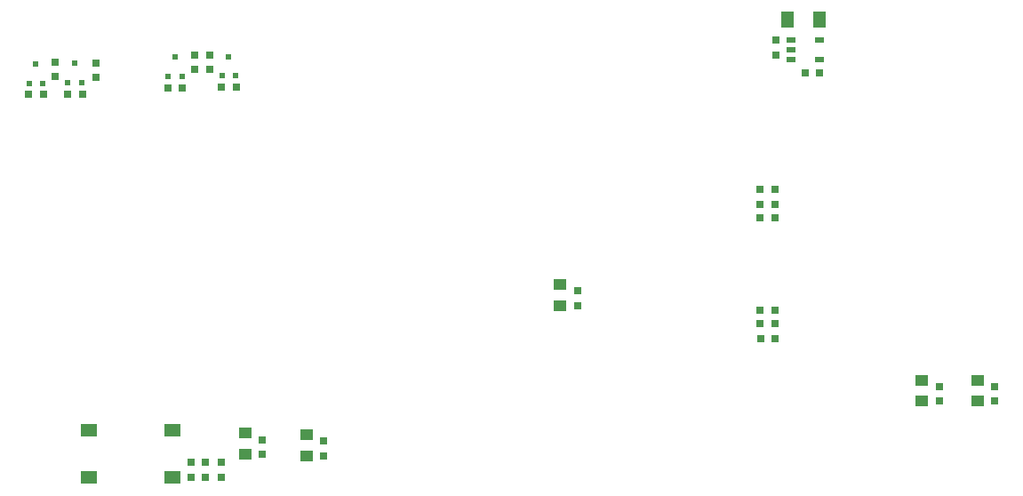
<source format=gtp>
G04*
G04 #@! TF.GenerationSoftware,Altium Limited,Altium Designer,24.3.1 (35)*
G04*
G04 Layer_Color=8421504*
%FSLAX25Y25*%
%MOIN*%
G70*
G04*
G04 #@! TF.SameCoordinates,5149264C-F6EF-45E8-801D-D6D5ED924B73*
G04*
G04*
G04 #@! TF.FilePolarity,Positive*
G04*
G01*
G75*
%ADD14R,0.03150X0.03150*%
%ADD15R,0.04921X0.03937*%
%ADD16R,0.03150X0.03150*%
%ADD17R,0.03740X0.02362*%
%ADD18R,0.05118X0.05906*%
%ADD19R,0.01968X0.01968*%
%ADD20R,0.06102X0.05118*%
D14*
X80039Y-92047D02*
D03*
X80039Y-97559D02*
D03*
X85945Y-97559D02*
D03*
Y-92047D02*
D03*
X124110Y-89386D02*
D03*
Y-83874D02*
D03*
X101299Y-88898D02*
D03*
Y-83386D02*
D03*
X219467Y-33217D02*
D03*
Y-27706D02*
D03*
X355109Y-69014D02*
D03*
Y-63502D02*
D03*
X375945Y-69044D02*
D03*
Y-63532D02*
D03*
X293781Y60921D02*
D03*
Y66433D02*
D03*
X76016Y60890D02*
D03*
X76016Y55378D02*
D03*
X23689Y58154D02*
D03*
Y52642D02*
D03*
X38779Y57874D02*
D03*
Y52363D02*
D03*
X81669Y60922D02*
D03*
Y55410D02*
D03*
X74453Y-92047D02*
D03*
Y-97559D02*
D03*
D15*
X117811Y-81512D02*
D03*
Y-89386D02*
D03*
X95000Y-81024D02*
D03*
Y-88898D02*
D03*
X212914Y-25343D02*
D03*
Y-33217D02*
D03*
X348555Y-61140D02*
D03*
Y-69014D02*
D03*
X369391Y-61170D02*
D03*
Y-69044D02*
D03*
D16*
X288058Y-45521D02*
D03*
X293570D02*
D03*
X293564Y-39997D02*
D03*
X288052Y-39997D02*
D03*
Y-34764D02*
D03*
X293564D02*
D03*
X288052Y-382D02*
D03*
X293564D02*
D03*
X293564Y4879D02*
D03*
X288052D02*
D03*
Y10409D02*
D03*
X293564D02*
D03*
X304842Y53976D02*
D03*
X310354D02*
D03*
X33858Y46063D02*
D03*
X28346D02*
D03*
X19114Y45976D02*
D03*
X13602Y45976D02*
D03*
X91434Y48662D02*
D03*
X85922D02*
D03*
X71315Y48587D02*
D03*
X65803D02*
D03*
D17*
X299684Y66614D02*
D03*
Y62873D02*
D03*
Y59133D02*
D03*
X310314D02*
D03*
Y66614D02*
D03*
D18*
X310315Y74094D02*
D03*
X298119Y74138D02*
D03*
D19*
X30906Y57846D02*
D03*
X33465Y50563D02*
D03*
X28346D02*
D03*
X16358Y57563D02*
D03*
X18917Y50280D02*
D03*
X13799D02*
D03*
X88678Y60249D02*
D03*
X91237Y52965D02*
D03*
X86119D02*
D03*
X68559Y60173D02*
D03*
X71118Y52890D02*
D03*
X66000D02*
D03*
D20*
X67416Y-97559D02*
D03*
X36117D02*
D03*
X67416Y-79754D02*
D03*
X36117Y-79842D02*
D03*
M02*

</source>
